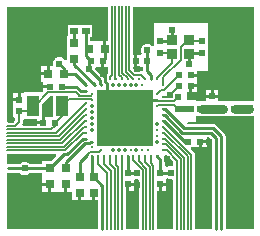
<source format=gtl>
G04*
G04 #@! TF.GenerationSoftware,Altium Limited,Altium Designer,19.0.15 (446)*
G04*
G04 Layer_Physical_Order=1*
G04 Layer_Color=255*
%FSLAX24Y24*%
%MOIN*%
G70*
G01*
G75*
%ADD10C,0.0098*%
%ADD12C,0.0079*%
%ADD13R,0.0236X0.0197*%
%ADD14R,0.0256X0.0197*%
%ADD15R,0.0197X0.0236*%
%ADD16R,0.0315X0.0295*%
%ADD17R,0.0374X0.0335*%
%ADD18R,0.0295X0.0315*%
%ADD19R,0.0300X0.0300*%
%ADD21R,0.1909X0.1909*%
%ADD22R,0.0394X0.0709*%
%ADD32C,0.0108*%
%ADD33C,0.0059*%
%ADD34C,0.0057*%
%ADD35C,0.0300*%
%ADD36C,0.0200*%
%ADD37C,0.0072*%
%ADD38C,0.0240*%
%ADD39C,0.0138*%
G36*
X-2278Y-1259D02*
X-2454Y-1435D01*
X-2748D01*
Y-1533D01*
X-3165D01*
X-3171Y-1527D01*
X-3193Y-1508D01*
X-3217Y-1492D01*
X-3242Y-1479D01*
X-3270Y-1470D01*
X-3298Y-1464D01*
X-3327Y-1463D01*
X-3356Y-1464D01*
X-3384Y-1470D01*
X-3411Y-1479D01*
X-3437Y-1492D01*
X-3461Y-1508D01*
X-3483Y-1527D01*
X-3488Y-1533D01*
X-3890D01*
X-3905Y-1520D01*
Y-1213D01*
X-2297D01*
X-2278Y-1259D01*
D02*
G37*
G36*
X-2748Y-1931D02*
X-2748D01*
Y-1967D01*
X-2748D01*
Y-2165D01*
X-2490D01*
Y-2215D01*
X-2440D01*
Y-2462D01*
X-2233D01*
Y-2462D01*
X-2216D01*
Y-2462D01*
X-2009D01*
Y-2215D01*
X-1909D01*
Y-2462D01*
X-1754D01*
Y-2748D01*
X-1546D01*
Y-2500D01*
X-1446D01*
Y-2748D01*
X-1083D01*
Y-2500D01*
X-983D01*
Y-2748D01*
X-888D01*
Y-3691D01*
X-904Y-3708D01*
X-3905D01*
Y-1847D01*
X-3890Y-1833D01*
X-3488D01*
X-3483Y-1839D01*
X-3461Y-1858D01*
X-3437Y-1874D01*
X-3411Y-1887D01*
X-3384Y-1896D01*
X-3356Y-1902D01*
X-3327Y-1904D01*
X-3298Y-1902D01*
X-3270Y-1896D01*
X-3242Y-1887D01*
X-3217Y-1874D01*
X-3193Y-1858D01*
X-3171Y-1839D01*
X-3165Y-1833D01*
X-2748D01*
Y-1931D01*
D02*
G37*
G36*
X-555Y2566D02*
X-609D01*
Y2309D01*
X-709D01*
Y2566D01*
X-907D01*
Y2566D01*
X-943D01*
Y2566D01*
X-1150D01*
Y2705D01*
X-1071D01*
Y3102D01*
X-1901D01*
Y2738D01*
X-1931D01*
Y2243D01*
X-1931D01*
Y2206D01*
X-1931D01*
Y1926D01*
X-1981Y1914D01*
X-1984Y1921D01*
X-2000Y1945D01*
X-2019Y1967D01*
X-2041Y1986D01*
X-2065Y2002D01*
X-2091Y2015D01*
X-2118Y2024D01*
X-2146Y2030D01*
X-2175Y2032D01*
X-2204Y2030D01*
X-2232Y2024D01*
X-2260Y2015D01*
X-2285Y2002D01*
X-2309Y1986D01*
X-2331Y1967D01*
X-2350Y1945D01*
X-2366Y1921D01*
X-2379Y1895D01*
X-2388Y1868D01*
X-2394Y1840D01*
X-2396Y1811D01*
X-2394Y1782D01*
X-2392Y1774D01*
X-2418Y1733D01*
X-2431Y1724D01*
X-2499D01*
Y1467D01*
X-2549D01*
Y1417D01*
X-2797D01*
Y1209D01*
X-2708D01*
Y1083D01*
X-2490D01*
Y983D01*
X-2708D01*
Y881D01*
X-2719Y872D01*
X-2765Y858D01*
Y858D01*
X-2765Y858D01*
X-3359D01*
Y828D01*
X-3465D01*
Y610D01*
X-3515D01*
Y560D01*
X-3713D01*
Y392D01*
Y-2D01*
X-3645D01*
Y-73D01*
X-3711Y-140D01*
X-3905D01*
Y3708D01*
X-555D01*
Y2566D01*
D02*
G37*
G36*
X-683Y1702D02*
X-555D01*
Y1483D01*
X-584Y1454D01*
X-597Y1439D01*
X-608Y1421D01*
X-616Y1402D01*
X-620Y1383D01*
X-622Y1363D01*
X-630Y1350D01*
X-639Y1327D01*
X-686Y1318D01*
X-692Y1320D01*
X-693Y1323D01*
X-706Y1343D01*
X-721Y1361D01*
X-971Y1611D01*
X-970Y1619D01*
X-972Y1648D01*
X-973Y1652D01*
X-940Y1702D01*
X-783D01*
Y1900D01*
X-683D01*
Y1702D01*
D02*
G37*
G36*
X-2375Y31D02*
X-2658D01*
Y-167D01*
X-2708D01*
Y-217D01*
X-2926D01*
Y-256D01*
X-3394D01*
X-3412Y-206D01*
X-3410Y-203D01*
X-3399Y-186D01*
X-3391Y-167D01*
X-3386Y-147D01*
X-3385Y-127D01*
Y-90D01*
X-3359Y-51D01*
X-2926D01*
Y-117D01*
X-2758D01*
Y31D01*
X-2765D01*
Y458D01*
X-2503Y720D01*
X-2375D01*
Y31D01*
D02*
G37*
G36*
X4299Y550D02*
X4141D01*
X4134Y550D01*
X3690D01*
X3690Y550D01*
X3270Y550D01*
X3114D01*
Y667D01*
X2718D01*
Y550D01*
X2392Y550D01*
Y600D01*
X2077D01*
Y874D01*
X2155D01*
Y1073D01*
X2205D01*
Y1123D01*
X2423D01*
Y1229D01*
X2423D01*
Y1377D01*
X2205D01*
Y1477D01*
X2423D01*
Y1575D01*
X2777D01*
X2777Y3151D01*
X976Y3151D01*
X976Y2413D01*
X954Y2401D01*
X926Y2396D01*
X914Y2410D01*
X892Y2429D01*
X868Y2445D01*
X842Y2458D01*
X815Y2467D01*
X787Y2473D01*
X758Y2474D01*
X729Y2473D01*
X701Y2467D01*
X674Y2458D01*
X648Y2445D01*
X624Y2429D01*
X602Y2410D01*
X583Y2388D01*
X567Y2364D01*
X554Y2338D01*
X545Y2311D01*
X539Y2283D01*
X537Y2254D01*
X539Y2225D01*
X545Y2197D01*
X554Y2170D01*
X565Y2148D01*
X560Y2133D01*
X537Y2098D01*
X414D01*
Y1900D01*
Y1701D01*
X608D01*
Y1590D01*
X607Y1587D01*
X591Y1570D01*
X561Y1550D01*
X558Y1550D01*
X550Y1550D01*
X376D01*
X285Y1641D01*
Y1701D01*
X314D01*
Y1900D01*
Y2098D01*
X285D01*
Y3708D01*
X4299D01*
Y550D01*
D02*
G37*
G36*
Y-3708D02*
X3373D01*
X3365Y-3700D01*
Y-616D01*
X3365Y-616D01*
X3363Y-592D01*
X3358Y-569D01*
X3349Y-548D01*
X3337Y-528D01*
X3321Y-510D01*
X3321Y-510D01*
X3042Y-231D01*
X3025Y-216D01*
X3004Y-203D01*
X2983Y-194D01*
X2960Y-189D01*
X2937Y-187D01*
X2086D01*
X2079Y-178D01*
X2106Y-128D01*
X2392D01*
Y50D01*
X2566D01*
X2566Y50D01*
X3070D01*
X3841Y50D01*
Y50D01*
X4134D01*
X4141Y50D01*
X4299D01*
Y-3708D01*
D02*
G37*
G36*
X1630Y-1479D02*
Y-1565D01*
X1623Y-1575D01*
X1580Y-1603D01*
X1574Y-1602D01*
X1545Y-1600D01*
X1516Y-1602D01*
X1488Y-1608D01*
X1461Y-1617D01*
X1439Y-1628D01*
X1430Y-1625D01*
X1389Y-1603D01*
Y-1603D01*
X1341Y-1600D01*
Y-1388D01*
X1339Y-1364D01*
X1333Y-1342D01*
X1324Y-1320D01*
X1312Y-1300D01*
X1299Y-1284D01*
X1367Y-1216D01*
X1630Y-1479D01*
D02*
G37*
G36*
X2910Y-742D02*
Y-3700D01*
X2903Y-3708D01*
X2361D01*
X2354Y-3701D01*
Y-1233D01*
X2353Y-1213D01*
X2348Y-1193D01*
X2340Y-1174D01*
X2330Y-1157D01*
X2316Y-1141D01*
X2207Y-1032D01*
X2227Y-986D01*
X2470D01*
Y-787D01*
X2520D01*
Y-737D01*
X2738D01*
Y-642D01*
X2810D01*
X2910Y-742D01*
D02*
G37*
G36*
X1461Y-2025D02*
X1488Y-2034D01*
X1516Y-2039D01*
X1545Y-2041D01*
X1574Y-2039D01*
X1580Y-2038D01*
X1623Y-2066D01*
X1630Y-2077D01*
Y-3701D01*
X1623Y-3708D01*
X1096D01*
X1090Y-3701D01*
Y-2433D01*
X1141D01*
Y-2215D01*
X1191D01*
Y-2165D01*
X1389D01*
Y-2041D01*
X1395Y-2035D01*
X1422Y-2019D01*
X1439Y-2014D01*
X1461Y-2025D01*
D02*
G37*
G36*
X375Y-2039D02*
X404Y-2041D01*
X430Y-2040D01*
X433Y-2040D01*
X480Y-2076D01*
Y-3701D01*
X473Y-3708D01*
X38D01*
X32Y-3701D01*
Y-2433D01*
X48D01*
Y-2215D01*
X98D01*
Y-2165D01*
X297D01*
Y-2069D01*
X299Y-2065D01*
X343Y-2034D01*
X346Y-2034D01*
X375Y-2039D01*
D02*
G37*
%LPC*%
G36*
X-2540Y-2265D02*
X-2748D01*
Y-2462D01*
X-2540D01*
Y-2265D01*
D02*
G37*
G36*
X-2599Y1724D02*
X-2797D01*
Y1517D01*
X-2599D01*
Y1724D01*
D02*
G37*
G36*
X-3565Y828D02*
X-3713D01*
Y660D01*
X-3565D01*
Y828D01*
D02*
G37*
G36*
X2423Y1023D02*
X2255D01*
Y874D01*
X2423D01*
Y1023D01*
D02*
G37*
G36*
X3114Y935D02*
X2966D01*
Y767D01*
X3114D01*
Y935D01*
D02*
G37*
G36*
X2866D02*
X2718D01*
Y767D01*
X2866D01*
Y935D01*
D02*
G37*
G36*
X2738Y-837D02*
X2570D01*
Y-986D01*
X2738D01*
Y-837D01*
D02*
G37*
G36*
X1389Y-2265D02*
X1241D01*
Y-2433D01*
X1389D01*
Y-2265D01*
D02*
G37*
G36*
X297D02*
X148D01*
Y-2433D01*
X297D01*
Y-2265D01*
D02*
G37*
%LPD*%
D10*
X758Y1909D02*
X763Y1905D01*
X1211Y-1841D02*
X1545D01*
X-1299Y2067D02*
Y2904D01*
X-1191Y1619D02*
Y1959D01*
X886Y1280D02*
Y1427D01*
X758Y1555D02*
X886Y1427D01*
X758Y1555D02*
Y1900D01*
X758Y1909D02*
Y2254D01*
X758Y1959D02*
Y2254D01*
X1589Y2587D02*
Y2917D01*
X2160Y1804D02*
Y2134D01*
X2189Y2164D02*
X2574D01*
X1577Y2599D02*
X1589Y2587D01*
X1174Y2557D02*
X1560D01*
X1589Y2587D01*
X-3327Y-1683D02*
X-2490D01*
X-2028Y-1220D02*
X-1917D01*
X-2490Y-1683D02*
X-2028Y-1220D01*
X-1959Y-1482D02*
X-1327Y-850D01*
X-1959Y-1683D02*
Y-1482D01*
X-1327Y-850D02*
X-1175D01*
X-1386Y-689D02*
X-1280D01*
X-1917Y-1220D02*
X-1386Y-689D01*
X3216Y-3700D02*
Y-616D01*
X3060Y-3700D02*
Y-680D01*
X2937Y-337D02*
X3216Y-616D01*
X2872Y-492D02*
X3060Y-680D01*
X-591Y591D02*
X0Y0D01*
X-591Y591D02*
Y1083D01*
X-2175Y1811D02*
X-2018Y1654D01*
Y1467D02*
Y1654D01*
X-2096Y1033D02*
X-1614D01*
X-1467Y886D01*
X-1280D01*
X-2018Y1467D02*
X-1663D01*
X-1280Y1083D01*
X-1673Y1772D02*
Y1959D01*
Y1772D02*
X-984Y1083D01*
X-1191Y1619D02*
X-827Y1255D01*
Y1152D02*
X-787Y1113D01*
Y1083D02*
Y1113D01*
X-827Y1152D02*
Y1255D01*
X-653Y1213D02*
Y1434D01*
Y1213D02*
X-591Y1151D01*
Y1083D02*
Y1151D01*
X-1673Y2904D02*
X-1673Y2904D01*
X-1673Y2490D02*
Y2904D01*
X98Y-1821D02*
X404D01*
X591Y591D02*
X1083D01*
X0Y0D02*
X236Y236D01*
X591Y591D01*
X-1113Y-787D02*
X-1083D01*
X-1175Y-850D02*
X-1113Y-787D01*
X98Y-1821D02*
Y-1280D01*
X1083D02*
X1191Y-1388D01*
Y-1821D02*
Y-1388D01*
Y-1821D02*
X1211Y-1841D01*
X1280Y98D02*
X1333D01*
X1280Y295D02*
X1356D01*
X1280Y-98D02*
X1310D01*
X1356Y295D02*
X1988Y-337D01*
X2937D01*
X1923Y-492D02*
X2872D01*
X1333Y98D02*
X1923Y-492D01*
X1999Y-787D02*
X2126D01*
X1310Y-98D02*
X1999Y-787D01*
X-1083Y-1919D02*
X-1033Y-1969D01*
X-1083Y-1919D02*
Y-1280D01*
X-1496Y-1969D02*
Y-1484D01*
X-1243Y-1231D01*
X-1033Y-1969D02*
X-738Y-2264D01*
Y-3691D02*
Y-2264D01*
X-3890Y-1683D02*
X-3327D01*
X-1299Y2067D02*
X-1191Y1959D01*
X-659Y1974D02*
Y2309D01*
X-733Y1900D02*
X-659Y1974D01*
D12*
X-886Y-1535D02*
Y-1280D01*
X-689Y-1535D02*
Y-1280D01*
Y-1535D02*
X-457Y-1768D01*
X-886Y-1535D02*
X-593Y-1829D01*
X-457Y-3701D02*
Y-1768D01*
X-593Y-3701D02*
Y-1829D01*
D13*
X2205Y1073D02*
D03*
X1811D02*
D03*
X758Y1900D02*
D03*
X364D02*
D03*
X2126Y-787D02*
D03*
X2520D02*
D03*
X1811Y1427D02*
D03*
X2205D02*
D03*
X-2096Y1033D02*
D03*
X-2490D02*
D03*
X-2314Y-167D02*
D03*
X-2708D02*
D03*
X-1127Y1900D02*
D03*
X-733D02*
D03*
D14*
X3293Y302D02*
D03*
X3667D02*
D03*
X2165Y302D02*
D03*
X2539Y302D02*
D03*
X-1673Y2904D02*
D03*
X-1299D02*
D03*
D15*
X2916Y323D02*
D03*
Y717D02*
D03*
X1792Y305D02*
D03*
Y699D02*
D03*
X1191Y-1821D02*
D03*
Y-2215D02*
D03*
X98Y-1821D02*
D03*
Y-2215D02*
D03*
X2574Y2557D02*
D03*
Y2164D02*
D03*
X1174Y2164D02*
D03*
Y2557D02*
D03*
X-3515Y217D02*
D03*
Y610D02*
D03*
D16*
X-1959Y-2215D02*
D03*
Y-1683D02*
D03*
X-2490Y-2215D02*
D03*
Y-1683D02*
D03*
X-1673Y2490D02*
D03*
Y1959D02*
D03*
X-1496Y-2500D02*
D03*
Y-1969D02*
D03*
X-1033Y-2500D02*
D03*
Y-1969D02*
D03*
D17*
X1589Y2134D02*
D03*
Y2587D02*
D03*
X2160D02*
D03*
Y2134D02*
D03*
D18*
X-2549Y1467D02*
D03*
X-2018D02*
D03*
X-1191Y2309D02*
D03*
X-659D02*
D03*
D19*
X4156Y300D02*
D03*
D21*
X0Y0D02*
D03*
D22*
X-2078Y404D02*
D03*
X-3062D02*
D03*
D32*
X886Y1280D02*
D03*
X-492D02*
D03*
X-295D02*
D03*
X-98D02*
D03*
X98D02*
D03*
X295D02*
D03*
X492D02*
D03*
X689D02*
D03*
X1083D02*
D03*
X-1280Y1083D02*
D03*
X-984D02*
D03*
X-787D02*
D03*
X-591D02*
D03*
X-394D02*
D03*
X-197D02*
D03*
X0D02*
D03*
X197D02*
D03*
X394D02*
D03*
X591D02*
D03*
X1280D02*
D03*
X1083Y787D02*
D03*
X-1280Y886D02*
D03*
X-1083Y787D02*
D03*
X1280Y689D02*
D03*
X-1083Y591D02*
D03*
X1083D02*
D03*
X-1280Y492D02*
D03*
X-1083Y394D02*
D03*
X1083D02*
D03*
X-1280Y295D02*
D03*
X1280D02*
D03*
X-1083Y197D02*
D03*
X-1280Y98D02*
D03*
X1280D02*
D03*
X-1083Y0D02*
D03*
X-1280Y-98D02*
D03*
X1280D02*
D03*
X-1083Y-197D02*
D03*
X1083D02*
D03*
X-1280Y-295D02*
D03*
X1280D02*
D03*
X-1083Y-394D02*
D03*
X1083D02*
D03*
X-1280Y-492D02*
D03*
X1280D02*
D03*
X1083Y-591D02*
D03*
X-1280Y-689D02*
D03*
X1280D02*
D03*
X-1083Y-787D02*
D03*
X1083D02*
D03*
X1280Y-886D02*
D03*
X-1083Y-984D02*
D03*
X-787Y-1083D02*
D03*
X-394D02*
D03*
X-197D02*
D03*
X0D02*
D03*
X197D02*
D03*
X394D02*
D03*
X591D02*
D03*
X787D02*
D03*
X1280D02*
D03*
X-1083Y-1280D02*
D03*
X-886D02*
D03*
X-689D02*
D03*
X-492D02*
D03*
X-295D02*
D03*
X-98D02*
D03*
X98D02*
D03*
X295D02*
D03*
X492D02*
D03*
X689D02*
D03*
X886D02*
D03*
X1083D02*
D03*
D33*
X1811Y1063D02*
Y1073D01*
X1506Y758D02*
X1811Y1063D01*
X1311Y915D02*
X1811Y1415D01*
Y1427D01*
X1213Y915D02*
X1311D01*
X1280Y689D02*
X1437D01*
X1506Y758D01*
X1589Y1821D02*
Y2134D01*
X1083Y1280D02*
Y1315D01*
X1589Y1821D01*
X1870Y1938D02*
Y2362D01*
X1280Y1348D02*
X1870Y1938D01*
X1280Y1083D02*
Y1348D01*
X98Y1280D02*
Y1316D01*
X-77Y1491D02*
X98Y1316D01*
X-77Y1491D02*
Y3720D01*
X156Y1587D02*
Y3720D01*
X550Y1420D02*
X689Y1282D01*
X322Y1420D02*
X550D01*
X156Y1587D02*
X322Y1420D01*
X295Y-1420D02*
Y-1280D01*
Y-1420D02*
X610Y-1735D01*
Y-3701D02*
Y-1735D01*
X492Y-1453D02*
X727Y-1688D01*
Y-3701D02*
Y-1688D01*
X492Y-1453D02*
Y-1280D01*
X689Y-1486D02*
X843Y-1640D01*
X689Y-1486D02*
Y-1280D01*
X843Y-3701D02*
Y-1640D01*
X886Y-1518D02*
X960Y-1592D01*
Y-3701D02*
Y-1592D01*
X886Y-1518D02*
Y-1280D01*
X-3917Y-1083D02*
X-1972D01*
X689Y1280D02*
Y1282D01*
X2108Y-3701D02*
Y-1281D01*
X2225Y-3701D02*
Y-1233D01*
X1992Y-3701D02*
Y-1329D01*
X1876Y-3701D02*
Y-1377D01*
X1760Y-3701D02*
Y-1425D01*
X-2276Y-502D02*
X-1282Y492D01*
X-3917Y-502D02*
X-2276D01*
X-3917Y-386D02*
X-2444D01*
X-3515Y-127D02*
Y217D01*
X-3917Y-270D02*
X-3658D01*
X-3515Y-127D01*
X295Y1280D02*
Y1283D01*
X39Y1539D02*
X295Y1283D01*
X-193Y1443D02*
Y3720D01*
Y1443D02*
X-98Y1348D01*
X-309Y1293D02*
Y3720D01*
Y1293D02*
X-295Y1280D01*
X39Y1539D02*
Y3720D01*
X-425Y1429D02*
Y3720D01*
X-492Y1362D02*
X-425Y1429D01*
X-3917Y-618D02*
X-2195D01*
X-3917Y-734D02*
X-2142D01*
X-2444Y-386D02*
X-2314Y-256D01*
Y-167D01*
X-1381Y-492D02*
X-1280D01*
X-1972Y-1083D02*
X-1381Y-492D01*
X-3917Y-967D02*
X-2020D01*
X-1348Y-295D01*
X-1280D01*
X-3917Y-850D02*
X-2071D01*
X-1319Y-98D02*
X-1280D01*
X-2071Y-850D02*
X-1319Y-98D01*
X-1309Y98D02*
X-1280D01*
X-2142Y-734D02*
X-1309Y98D01*
X-2195Y-618D02*
X-1282Y295D01*
X-1280D01*
X-1282Y492D02*
X-1280D01*
X1560Y2164D02*
X1589Y2134D01*
X-98Y1280D02*
Y1348D01*
X-492Y1280D02*
Y1362D01*
X1174Y2164D02*
X1560D01*
X2065Y2557D02*
X2574D01*
X1870Y2362D02*
X2065Y2557D01*
X1083Y787D02*
X1085D01*
X1213Y915D01*
X-98Y-3701D02*
Y-1280D01*
X-492Y-1535D02*
X-331Y-1697D01*
Y-3701D02*
Y-1697D01*
X-492Y-1535D02*
Y-1280D01*
X-295Y-1568D02*
X-215Y-1649D01*
Y-3701D02*
Y-1649D01*
X-295Y-1568D02*
Y-1280D01*
X1280Y-1083D02*
X1417D01*
X1280Y-492D02*
X1320D01*
X1280Y-886D02*
X1385D01*
X1280Y-689D02*
X1352D01*
X1280Y-295D02*
X1287D01*
X1417Y-1083D02*
X1760Y-1425D01*
X1385Y-886D02*
X1876Y-1377D01*
X1352Y-689D02*
X1992Y-1329D01*
X1320Y-492D02*
X2108Y-1281D01*
X1287Y-295D02*
X2225Y-1233D01*
D34*
X1124Y549D02*
X1642D01*
X1793Y303D02*
X1795Y301D01*
X1662Y435D02*
X1793Y303D01*
X1124Y435D02*
X1662D01*
X1642Y549D02*
X1792Y699D01*
X-3062Y404D02*
X-3002D01*
X-2556Y849D01*
X-1849Y632D02*
X-1124D01*
X-2556Y849D02*
X-1621D01*
X-3515Y217D02*
X-3249D01*
X-3062Y404D01*
X-2078Y69D02*
Y404D01*
X-2314Y-167D02*
X-2078Y69D01*
Y404D02*
X-1849Y632D01*
X-1514Y746D02*
X-1124D01*
X-1519Y751D02*
X-1514Y746D01*
X-1522Y751D02*
X-1519D01*
X-1621Y849D02*
X-1522Y751D01*
X-1124Y746D02*
X-1083Y787D01*
X-1124Y632D02*
X-1083Y591D01*
X1083D02*
X1124Y549D01*
X1083Y394D02*
X1124Y435D01*
D35*
X2566Y300D02*
X3270D01*
X3690D02*
X4134D01*
D36*
X1793Y303D02*
X2145D01*
D37*
X-1243Y-1231D02*
X-1144Y-1132D01*
X-837D01*
X-787Y-1083D01*
D38*
X2539Y1427D02*
D03*
X2204Y738D02*
D03*
X1506Y758D02*
D03*
X2539Y1073D02*
D03*
X404Y1634D02*
D03*
X1589Y2917D02*
D03*
X2160Y1804D02*
D03*
X3566Y-79D02*
D03*
X3566Y679D02*
D03*
X3570Y1590D02*
D03*
X4176D02*
D03*
X3570Y2590D02*
D03*
X4176D02*
D03*
X1570Y3590D02*
D03*
X4176D02*
D03*
X2570D02*
D03*
X4176Y-590D02*
D03*
X3490D02*
D03*
Y-1590D02*
D03*
X2472D02*
D03*
X4176D02*
D03*
Y-2590D02*
D03*
Y-3590D02*
D03*
X2913Y1053D02*
D03*
X4176Y679D02*
D03*
Y-79D02*
D03*
X2569Y-39D02*
D03*
X2600Y717D02*
D03*
X404Y2263D02*
D03*
X757Y3590D02*
D03*
X3570D02*
D03*
X2825Y-797D02*
D03*
X1496Y-2234D02*
D03*
X2472Y-3590D02*
D03*
Y-2590D02*
D03*
X3490D02*
D03*
Y-3590D02*
D03*
X1208D02*
D03*
X260D02*
D03*
X148Y-2559D02*
D03*
X-1043Y-2864D02*
D03*
X-1516D02*
D03*
X-1020Y-3590D02*
D03*
X-2420D02*
D03*
X-1959Y-2559D02*
D03*
X-2490D02*
D03*
X-2960Y-3590D02*
D03*
X-3790Y-60D02*
D03*
X-2619Y394D02*
D03*
X-2835Y1033D02*
D03*
X-2913Y1467D02*
D03*
X-2559Y2362D02*
D03*
X-719Y3590D02*
D03*
X-1575D02*
D03*
X-2559D02*
D03*
X-3790D02*
D03*
Y2362D02*
D03*
Y984D02*
D03*
Y-2470D02*
D03*
Y-3590D02*
D03*
X-3327Y-1683D02*
D03*
X-3062Y-157D02*
D03*
X758Y2254D02*
D03*
X-2175Y1811D02*
D03*
X-709Y1457D02*
D03*
X404Y-1821D02*
D03*
X1545Y-1821D02*
D03*
X404Y-2244D02*
D03*
X1211Y-2550D02*
D03*
X1417Y-1378D02*
D03*
X-3790Y-1330D02*
D03*
X-2992D02*
D03*
X-709Y709D02*
D03*
X-236D02*
D03*
X236D02*
D03*
X709D02*
D03*
X-709Y236D02*
D03*
X-236D02*
D03*
X236D02*
D03*
X709D02*
D03*
X-709Y-236D02*
D03*
X-236D02*
D03*
X236D02*
D03*
X709D02*
D03*
X-709Y-709D02*
D03*
X-236D02*
D03*
X236D02*
D03*
X709D02*
D03*
X-1191Y1619D02*
D03*
X-740Y2710D02*
D03*
D39*
X-1083Y394D02*
D03*
Y-394D02*
D03*
Y-197D02*
D03*
Y0D02*
D03*
Y197D02*
D03*
X394Y-1083D02*
D03*
X1083Y-197D02*
D03*
X1083Y-787D02*
D03*
X-394Y-1083D02*
D03*
X-197D02*
D03*
X0Y-1083D02*
D03*
X-394Y1083D02*
D03*
X-197D02*
D03*
X0D02*
D03*
X197D02*
D03*
X394D02*
D03*
M02*

</source>
